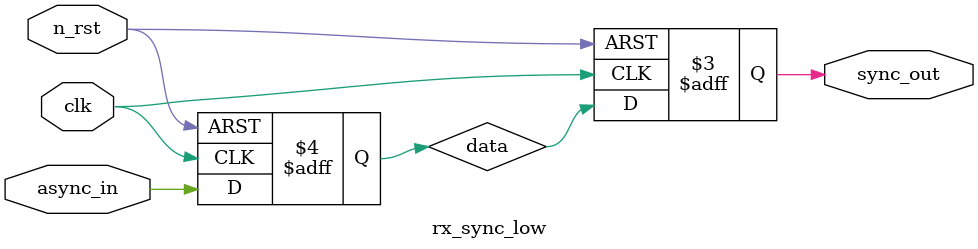
<source format=sv>
module rx_sync_low (input wire clk, input wire n_rst, input wire async_in, output reg sync_out);
    reg data;
    always_ff @(posedge clk, negedge n_rst)
    begin: REG_LOGIC
        if(1'b0 == n_rst) begin
            data <= 1'b0;
            sync_out <= 1'b0;
        end 
        else 
        begin
            data <= async_in;
            sync_out <= data;
        end
    end
    
endmodule
</source>
